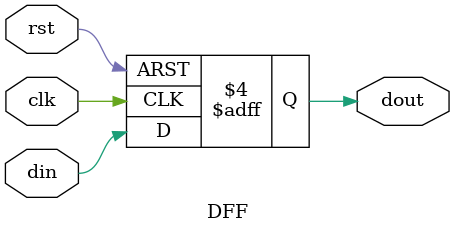
<source format=v>
`timescale 1ns / 1ns
module DFF(
	input      rst,
	input      clk,
	input      din, 
	output reg dout
);

	initial 
	begin
		dout = 1'b0;
	end
	
	// A behavioral model
	always @ ( posedge clk or posedge rst ) begin
		if ( rst == 1'b1 ) 
			dout <= 1'b0;
		else 
			dout <= din;
	end
	
endmodule

</source>
